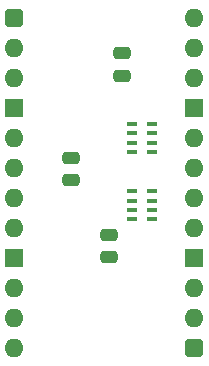
<source format=gbs>
%TF.GenerationSoftware,KiCad,Pcbnew,9.0.7*%
%TF.CreationDate,2026-01-29T14:57:27+02:00*%
%TF.ProjectId,HCP65 Board Presence,48435036-3520-4426-9f61-726420507265,V0*%
%TF.SameCoordinates,Original*%
%TF.FileFunction,Soldermask,Bot*%
%TF.FilePolarity,Negative*%
%FSLAX46Y46*%
G04 Gerber Fmt 4.6, Leading zero omitted, Abs format (unit mm)*
G04 Created by KiCad (PCBNEW 9.0.7) date 2026-01-29 14:57:27*
%MOMM*%
%LPD*%
G01*
G04 APERTURE LIST*
G04 Aperture macros list*
%AMRoundRect*
0 Rectangle with rounded corners*
0 $1 Rounding radius*
0 $2 $3 $4 $5 $6 $7 $8 $9 X,Y pos of 4 corners*
0 Add a 4 corners polygon primitive as box body*
4,1,4,$2,$3,$4,$5,$6,$7,$8,$9,$2,$3,0*
0 Add four circle primitives for the rounded corners*
1,1,$1+$1,$2,$3*
1,1,$1+$1,$4,$5*
1,1,$1+$1,$6,$7*
1,1,$1+$1,$8,$9*
0 Add four rect primitives between the rounded corners*
20,1,$1+$1,$2,$3,$4,$5,0*
20,1,$1+$1,$4,$5,$6,$7,0*
20,1,$1+$1,$6,$7,$8,$9,0*
20,1,$1+$1,$8,$9,$2,$3,0*%
G04 Aperture macros list end*
%ADD10RoundRect,0.250000X-0.475000X0.250000X-0.475000X-0.250000X0.475000X-0.250000X0.475000X0.250000X0*%
%ADD11RoundRect,0.250000X0.475000X-0.250000X0.475000X0.250000X-0.475000X0.250000X-0.475000X-0.250000X0*%
%ADD12R,0.900000X0.450000*%
%ADD13RoundRect,0.400000X-0.400000X-0.400000X0.400000X-0.400000X0.400000X0.400000X-0.400000X0.400000X0*%
%ADD14O,1.600000X1.600000*%
%ADD15R,1.600000X1.600000*%
G04 APERTURE END LIST*
D10*
%TO.C,C1*%
X8001000Y-20270000D03*
X8001000Y-18370000D03*
%TD*%
D11*
%TO.C,C9*%
X4826000Y-11861000D03*
X4826000Y-13761000D03*
%TD*%
D10*
%TO.C,C2*%
X9144000Y-4903000D03*
X9144000Y-3003000D03*
%TD*%
D12*
%TO.C,RN2*%
X11674000Y-14675000D03*
X11674000Y-15475000D03*
X11674000Y-16275000D03*
X11674000Y-17075000D03*
X9974000Y-17075000D03*
X9974000Y-16275000D03*
X9974000Y-15475000D03*
X9974000Y-14675000D03*
%TD*%
%TO.C,RN1*%
X11674000Y-8960000D03*
X11674000Y-9760000D03*
X11674000Y-10560000D03*
X11674000Y-11360000D03*
X9974000Y-11360000D03*
X9974000Y-10560000D03*
X9974000Y-9760000D03*
X9974000Y-8960000D03*
%TD*%
D13*
%TO.C,J1*%
X0Y0D03*
D14*
X0Y-2540000D03*
X0Y-5080000D03*
D15*
X0Y-7620000D03*
D14*
X0Y-10160000D03*
X0Y-12700000D03*
X0Y-15240000D03*
X0Y-17780000D03*
D15*
X0Y-20320000D03*
D14*
X0Y-22860000D03*
X0Y-25400000D03*
X0Y-27940000D03*
D13*
X15240000Y-27940000D03*
D14*
X15240000Y-25400000D03*
X15240000Y-22860000D03*
D15*
X15240000Y-20320000D03*
D14*
X15240000Y-17780000D03*
X15240000Y-15240000D03*
X15240000Y-12700000D03*
X15240000Y-10160000D03*
D15*
X15240000Y-7620000D03*
D14*
X15240000Y-5080000D03*
X15240000Y-2540000D03*
X15240000Y0D03*
%TD*%
M02*

</source>
